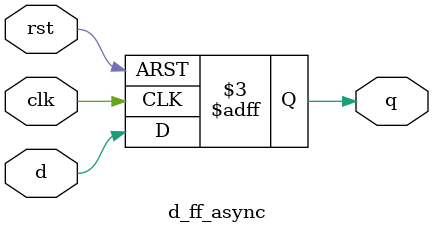
<source format=v>
module d_ff_async (
  input clk, rst,
  input d,
  output reg q
  );
  
  always@(posedge clk or negedge rst) begin
    if(!rst) q <= 0;
    else       q <= d;
  end
  
endmodule
</source>
